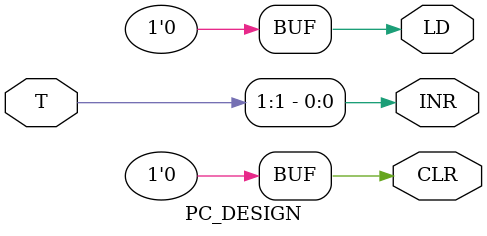
<source format=v>
module PC_DESIGN(CLR, INR, LD,T);
	
	
	input [5:0] T;
    output INR,LD,CLR;
	
  assign LD=0;
   assign INR=T[1];
    assign CLR=0;
    
   
	
	

endmodule

</source>
